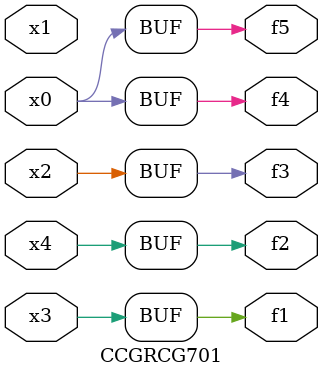
<source format=v>
module CCGRCG701(
	input x0, x1, x2, x3, x4,
	output f1, f2, f3, f4, f5
);
	assign f1 = x3;
	assign f2 = x4;
	assign f3 = x2;
	assign f4 = x0;
	assign f5 = x0;
endmodule

</source>
